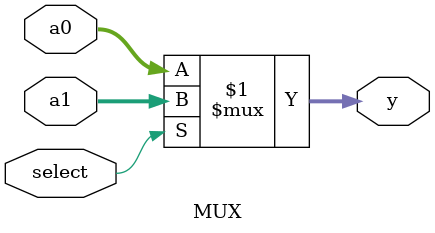
<source format=v>
`timescale 1ns / 1ps
module MUX
#(parameter width = 8)
(a0,a1,select,y);//È«²¿ÊÇ¶þÂ·Ñ¡ÔñÆ÷ÇÒ´øÓÐÒ»¸ö¿ØÖÆÐÅºÅ
input [width-1:0]a0,a1;
input select;
output [width-1:0] y;
assign y = select ? a1:a0;
endmodule
</source>
